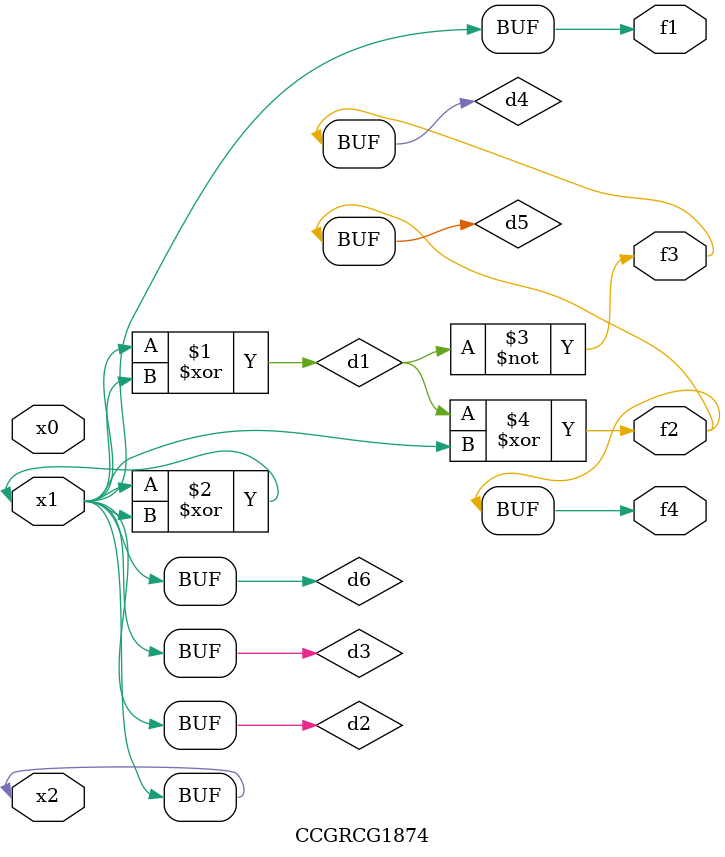
<source format=v>
module CCGRCG1874(
	input x0, x1, x2,
	output f1, f2, f3, f4
);

	wire d1, d2, d3, d4, d5, d6;

	xor (d1, x1, x2);
	buf (d2, x1, x2);
	xor (d3, x1, x2);
	nor (d4, d1);
	xor (d5, d1, d2);
	buf (d6, d2, d3);
	assign f1 = d6;
	assign f2 = d5;
	assign f3 = d4;
	assign f4 = d5;
endmodule

</source>
